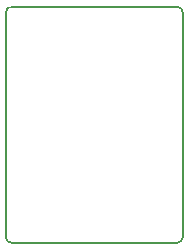
<source format=gbr>
%TF.GenerationSoftware,KiCad,Pcbnew,7.0.2*%
%TF.CreationDate,2023-11-30T16:19:12-07:00*%
%TF.ProjectId,thermo_adap_pcb,74686572-6d6f-45f6-9164-61705f706362,rev?*%
%TF.SameCoordinates,Original*%
%TF.FileFunction,Profile,NP*%
%FSLAX46Y46*%
G04 Gerber Fmt 4.6, Leading zero omitted, Abs format (unit mm)*
G04 Created by KiCad (PCBNEW 7.0.2) date 2023-11-30 16:19:12*
%MOMM*%
%LPD*%
G01*
G04 APERTURE LIST*
%TA.AperFunction,Profile*%
%ADD10C,0.200000*%
%TD*%
G04 APERTURE END LIST*
D10*
X-7500000Y-15500000D02*
X-7500000Y3500000D01*
X7000000Y-16000000D02*
X-7000000Y-16000000D01*
X7500000Y3500000D02*
X7500000Y-15500000D01*
X-7000000Y4000000D02*
X7000000Y4000000D01*
X-7000000Y4000000D02*
G75*
G03*
X-7500000Y3500000I0J-500000D01*
G01*
X7000000Y-16000000D02*
G75*
G03*
X7500000Y-15500000I0J500000D01*
G01*
X7500000Y3500000D02*
G75*
G03*
X7000000Y4000000I-500000J0D01*
G01*
X-7500000Y-15500000D02*
G75*
G03*
X-7000000Y-16000000I500000J0D01*
G01*
M02*

</source>
